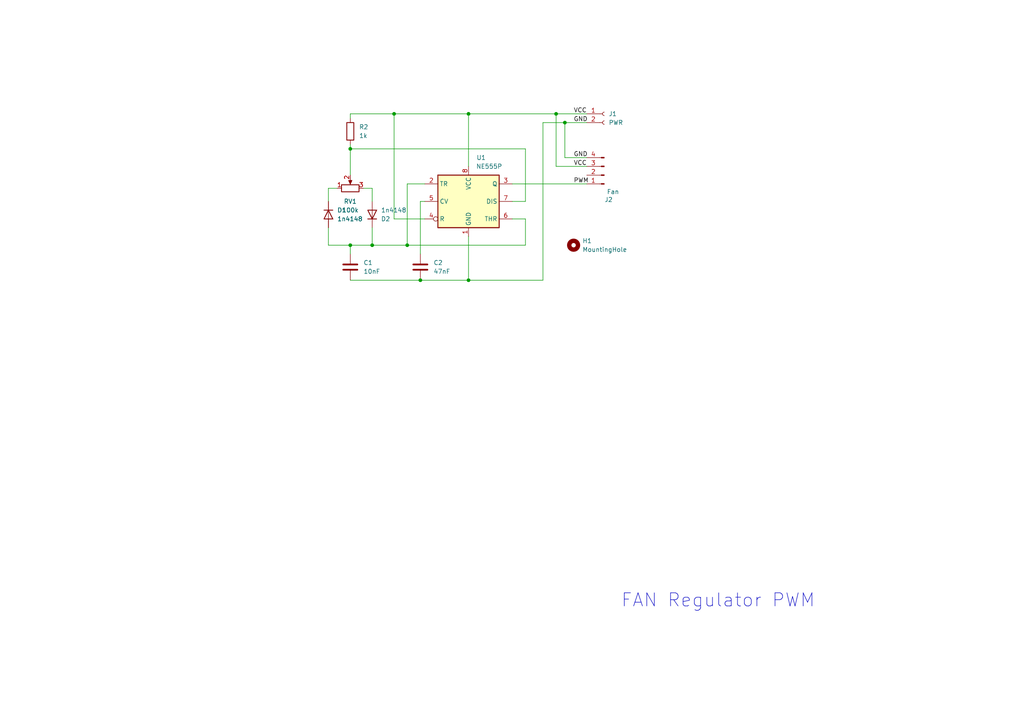
<source format=kicad_sch>
(kicad_sch (version 20231120) (generator "eeschema") (generator_version "8.0")
  (paper "A4")
  (lib_symbols
    (symbol "Connector:Conn_01x02_Socket" (pin_names (offset 1.016) hide)
      (property "Reference" "J" (at 0 2.54 0))
      (property "Value" "Conn_01x02_Socket" (at 0 -5.08 0))
      (symbol "Conn_01x02_Socket_1_1"
        (arc (start 0 -2.032) (mid -0.5058 -2.54) (end 0 -3.048) (stroke (width 0.1524)))
        (polyline (pts (xy -1.27 -2.54) (xy -0.508 -2.54)) (stroke (width 0.1524)))
        (polyline (pts (xy -1.27 0) (xy -0.508 0)) (stroke (width 0.1524)))
        (arc (start 0 0.508) (mid -0.5058 0) (end 0 -0.508) (stroke (width 0.1524)))
        (pin passive line (at -5.08 0 0) (length 3.81) (name "Pin_1") (number "1"))
        (pin passive line (at -5.08 -2.54 0) (length 3.81) (name "Pin_2") (number "2"))
      )
    )
    (symbol "Connector:Conn_01x04_Pin" (pin_names (offset 1.016) hide)
      (property "Reference" "J" (at 0 5.08 0))
      (property "Value" "Conn_01x04_Pin" (at 0 -7.62 0))
      (symbol "Conn_01x04_Pin_1_1"
        (polyline (pts (xy 1.27 -5.08) (xy 0.8636 -5.08)) (stroke (width 0.1524)))
        (polyline (pts (xy 1.27 -2.54) (xy 0.8636 -2.54)) (stroke (width 0.1524)))
        (polyline (pts (xy 1.27 0) (xy 0.8636 0)) (stroke (width 0.1524)))
        (polyline (pts (xy 1.27 2.54) (xy 0.8636 2.54)) (stroke (width 0.1524)))
        (rectangle (start 0.8636 -4.953) (end 0 -5.207) (stroke (width 0.1524)) (fill (type outline)))
        (rectangle (start 0.8636 -2.413) (end 0 -2.667) (stroke (width 0.1524)) (fill (type outline)))
        (rectangle (start 0.8636 0.127) (end 0 -0.127) (stroke (width 0.1524)) (fill (type outline)))
        (rectangle (start 0.8636 2.667) (end 0 2.413) (stroke (width 0.1524)) (fill (type outline)))
        (pin passive line (at 5.08 2.54 180) (length 3.81) (name "Pin_1") (number "1"))
        (pin passive line (at 5.08 0 180) (length 3.81) (name "Pin_2") (number "2"))
        (pin passive line (at 5.08 -2.54 180) (length 3.81) (name "Pin_3") (number "3"))
        (pin passive line (at 5.08 -5.08 180) (length 3.81) (name "Pin_4") (number "4"))
      )
    )
    (symbol "Device:C" (pin_numbers hide) (pin_names (offset 0.254))
      (property "Reference" "C" (at 0.635 2.54 0))
      (property "Value" "C" (at 0.635 -2.54 0))
      (symbol "C_0_1"
        (polyline (pts (xy -2.032 -0.762) (xy 2.032 -0.762)) (stroke (width 0.508)))
        (polyline (pts (xy -2.032 0.762) (xy 2.032 0.762)) (stroke (width 0.508)))
      )
      (symbol "C_1_1"
        (pin passive line (at 0 3.81 270) (length 2.794) (name "~") (number "1"))
        (pin passive line (at 0 -3.81 90) (length 2.794) (name "~") (number "2"))
      )
    )
    (symbol "Device:D" (pin_numbers hide) (pin_names (offset 1.016) hide)
      (property "Reference" "D" (at 0 2.54 0))
      (property "Value" "D" (at 0 -2.54 0))
      (symbol "D_0_1"
        (polyline (pts (xy -1.27 1.27) (xy -1.27 -1.27)) (stroke (width 0.254)))
        (polyline (pts (xy 1.27 0) (xy -1.27 0)))
        (polyline (pts (xy 1.27 1.27) (xy 1.27 -1.27) (xy -1.27 0) (xy 1.27 1.27)) (stroke (width 0.254)))
      )
      (symbol "D_1_1"
        (pin passive line (at -3.81 0 0) (length 2.54) (name "K") (number "1"))
        (pin passive line (at 3.81 0 180) (length 2.54) (name "A") (number "2"))
      )
    )
    (symbol "Device:R" (pin_numbers hide) (pin_names (offset 0))
      (property "Reference" "R" (at 2.032 0 90))
      (property "Value" "R" (at 0 0 90))
      (symbol "R_0_1"
        (rectangle (start -1.016 -2.54) (end 1.016 2.54) (stroke (width 0.254)))
      )
      (symbol "R_1_1"
        (pin passive line (at 0 3.81 270) (length 1.27) (name "~") (number "1"))
        (pin passive line (at 0 -3.81 90) (length 1.27) (name "~") (number "2"))
      )
    )
    (symbol "Device:R_Potentiometer" (pin_names (offset 1.016) hide)
      (property "Reference" "RV" (at -4.445 0 90))
      (property "Value" "R_Potentiometer" (at -2.54 0 90))
      (symbol "R_Potentiometer_0_1"
        (polyline (pts (xy 2.54 0) (xy 1.524 0)))
        (polyline (pts (xy 1.143 0) (xy 2.286 0.508) (xy 2.286 -0.508) (xy 1.143 0)) (fill (type outline)))
        (rectangle (start 1.016 2.54) (end -1.016 -2.54) (stroke (width 0.254)))
      )
      (symbol "R_Potentiometer_1_1"
        (pin passive line (at 0 3.81 270) (length 1.27) (name "1") (number "1"))
        (pin passive line (at 3.81 0 180) (length 1.27) (name "2") (number "2"))
        (pin passive line (at 0 -3.81 90) (length 1.27) (name "3") (number "3"))
      )
    )
    (symbol "Mechanical:MountingHole" (pin_names (offset 1.016)) (exclude_from_sim yes) (in_bom no)
      (property "Reference" "H" (at 0 5.08 0))
      (property "Value" "MountingHole" (at 0 3.175 0))
      (symbol "MountingHole_0_1"
        (circle (center 0 0) (radius 1.27) (stroke (width 1.27)))
      )
    )
    (symbol "Timer:NE555P"
      (property "Reference" "U" (at -10.16 8.89 0))
      (property "Value" "NE555P" (at 2.54 8.89 0))
      (symbol "NE555P_0_0"
        (pin power_in line (at 0 -10.16 90) (length 2.54) (name "GND") (number "1"))
        (pin power_in line (at 0 10.16 270) (length 2.54) (name "VCC") (number "8"))
      )
      (symbol "NE555P_0_1"
        (rectangle (start -8.89 -7.62) (end 8.89 7.62) (stroke (width 0.254)) (fill (type background)))
        (rectangle (start -8.89 -7.62) (end 8.89 7.62) (stroke (width 0.254)) (fill (type background)))
      )
      (symbol "NE555P_1_1"
        (pin input line (at -12.7 5.08 0) (length 3.81) (name "TR") (number "2"))
        (pin output line (at 12.7 5.08 180) (length 3.81) (name "Q") (number "3"))
        (pin input inverted (at -12.7 -5.08 0) (length 3.81) (name "R") (number "4"))
        (pin input line (at -12.7 0 0) (length 3.81) (name "CV") (number "5"))
        (pin input line (at 12.7 -5.08 180) (length 3.81) (name "THR") (number "6"))
        (pin input line (at 12.7 0 180) (length 3.81) (name "DIS") (number "7"))
      )
    )
  )
  (junction (at 118.11 71.12))
  (junction (at 101.6 43.18))
  (junction (at 121.92 81.28))
  (junction (at 161.29 33.02))
  (junction (at 135.89 81.28))
  (junction (at 107.95 71.12))
  (junction (at 114.3 33.02))
  (junction (at 163.83 35.56))
  (junction (at 101.6 71.12))
  (junction (at 135.89 33.02))
  (wire (pts (xy 152.4 71.12) (xy 152.4 63.5)))
  (wire (pts (xy 152.4 63.5) (xy 148.59 63.5)))
  (wire (pts (xy 101.6 71.12) (xy 101.6 73.66)))
  (wire (pts (xy 107.95 71.12) (xy 107.95 66.04)))
  (wire (pts (xy 161.29 48.26) (xy 161.29 33.02)))
  (wire (pts (xy 114.3 63.5) (xy 123.19 63.5)))
  (wire (pts (xy 148.59 53.34) (xy 170.18 53.34)))
  (wire (pts (xy 107.95 54.61) (xy 105.41 54.61)))
  (wire (pts (xy 95.25 58.42) (xy 95.25 54.61)))
  (wire (pts (xy 101.6 33.02) (xy 114.3 33.02)))
  (wire (pts (xy 152.4 58.42) (xy 152.4 43.18)))
  (wire (pts (xy 107.95 71.12) (xy 118.11 71.12)))
  (wire (pts (xy 135.89 81.28) (xy 121.92 81.28)))
  (wire (pts (xy 101.6 43.18) (xy 101.6 50.8)))
  (wire (pts (xy 135.89 33.02) (xy 135.89 48.26)))
  (wire (pts (xy 163.83 45.72) (xy 170.18 45.72)))
  (wire (pts (xy 163.83 35.56) (xy 170.18 35.56)))
  (wire (pts (xy 157.48 35.56) (xy 157.48 81.28)))
  (wire (pts (xy 161.29 33.02) (xy 135.89 33.02)))
  (wire (pts (xy 163.83 35.56) (xy 163.83 45.72)))
  (wire (pts (xy 107.95 58.42) (xy 107.95 54.61)))
  (wire (pts (xy 152.4 43.18) (xy 101.6 43.18)))
  (wire (pts (xy 118.11 71.12) (xy 152.4 71.12)))
  (wire (pts (xy 95.25 66.04) (xy 95.25 71.12)))
  (wire (pts (xy 101.6 41.91) (xy 101.6 43.18)))
  (wire (pts (xy 114.3 33.02) (xy 114.3 63.5)))
  (wire (pts (xy 157.48 35.56) (xy 163.83 35.56)))
  (wire (pts (xy 101.6 71.12) (xy 107.95 71.12)))
  (wire (pts (xy 170.18 33.02) (xy 161.29 33.02)))
  (wire (pts (xy 95.25 54.61) (xy 97.79 54.61)))
  (wire (pts (xy 118.11 53.34) (xy 118.11 71.12)))
  (wire (pts (xy 157.48 81.28) (xy 135.89 81.28)))
  (wire (pts (xy 95.25 71.12) (xy 101.6 71.12)))
  (wire (pts (xy 123.19 58.42) (xy 121.92 58.42)))
  (wire (pts (xy 148.59 58.42) (xy 152.4 58.42)))
  (wire (pts (xy 161.29 48.26) (xy 170.18 48.26)))
  (wire (pts (xy 101.6 81.28) (xy 121.92 81.28)))
  (wire (pts (xy 101.6 34.29) (xy 101.6 33.02)))
  (wire (pts (xy 121.92 58.42) (xy 121.92 73.66)))
  (wire (pts (xy 123.19 53.34) (xy 118.11 53.34)))
  (wire (pts (xy 135.89 68.58) (xy 135.89 81.28)))
  (wire (pts (xy 135.89 33.02) (xy 114.3 33.02)))
  (text "FAN Regulator PWM" (at 208.28 174.244 0) (effects (font (size 3.81 3.81))))
  (label "GND" (at 166.37 35.56 0))
  (label "VCC" (at 166.37 48.26 0))
  (label "GND" (at 166.37 45.72 0))
  (label "VCC" (at 166.37 33.02 0))
  (label "PWM" (at 166.37 53.34 0))
  (symbol (lib_id "Device:C") (at 121.92 77.47 0) (unit 1)
    (property "Reference" "C2" (at 125.73 76.1999 0) (effects (justify left)))
    (property "Value" "47nF" (at 125.73 78.7399 0) (effects (justify left)))
    (property "Footprint" "Capacitor_THT:C_Disc_D4.3mm_W1.9mm_P5.00mm" (effects (hide yes)))
    (property "Description" "Unpolarized capacitor" (effects (hide yes)))
  )
  (symbol (lib_id "Device:R") (at 101.6 38.1 0) (unit 1)
    (property "Reference" "R2" (at 104.14 36.8299 0) (effects (justify left)))
    (property "Value" "1k" (at 104.14 39.3699 0) (effects (justify left)))
    (property "Footprint" "Resistor_THT:R_Axial_DIN0204_L3.6mm_D1.6mm_P7.62mm_Horizontal" (effects (hide yes)))
    (property "Description" "Resistor" (effects (hide yes)))
  )
  (symbol (lib_id "Timer:NE555P") (at 135.89 58.42 0) (unit 1)
    (property "Reference" "U1" (at 138.176 45.72 0) (effects (justify left)))
    (property "Value" "NE555P" (at 138.0841 48.26 0) (effects (justify left)))
    (property "Footprint" "Package_DIP:DIP-8_W7.62mm" (effects (hide yes)))
    (property "Datasheet" "http://www.ti.com/lit/ds/symlink/ne555.pdf" (effects (hide yes)))
    (property "Description" "Precision Timers, 555 compatible,  PDIP-8" (effects (hide yes)))
  )
  (symbol (lib_id "Device:C") (at 101.6 77.47 0) (unit 1)
    (property "Reference" "C1" (at 105.41 76.1999 0) (effects (justify left)))
    (property "Value" "10nF" (at 105.41 78.7399 0) (effects (justify left)))
    (property "Footprint" "Capacitor_THT:C_Disc_D4.3mm_W1.9mm_P5.00mm" (effects (hide yes)))
    (property "Description" "Unpolarized capacitor" (effects (hide yes)))
  )
  (symbol (lib_id "Device:R_Potentiometer") (at 101.6 54.61 90) (unit 1)
    (property "Reference" "RV1" (at 101.6 58.42 90))
    (property "Value" "100k" (at 101.6 60.96 90))
    (property "Footprint" "Potentiometer_THT:Potentiometer_Vishay_T73XW_Horizontal" (effects (hide yes)))
    (property "Description" "Potentiometer" (effects (hide yes)))
  )
  (symbol (lib_id "Connector:Conn_01x02_Socket") (at 175.26 33.02 0) (unit 1)
    (property "Reference" "J1" (at 176.53 33.0199 0) (effects (justify left)))
    (property "Value" "PWR" (at 176.53 35.5599 0) (effects (justify left)))
    (property "Footprint" "Connector_PinSocket_2.54mm:PinSocket_1x02_P2.54mm_Vertical" (effects (hide yes)))
    (property "Description" "Generic connector, single row, 01x02, script generated" (effects (hide yes)))
  )
  (symbol (lib_id "Connector:Conn_01x04_Pin") (at 175.26 50.8 180) (unit 1)
    (property "Reference" "J2" (at 176.53 57.912 0))
    (property "Value" "Fan" (at 177.8 55.626 0))
    (property "Footprint" "Connector_PinHeader_2.54mm:PinHeader_1x04_P2.54mm_Horizontal" (effects (hide yes)))
    (property "Description" "Generic connector, single row, 01x04, script generated" (effects (hide yes)))
  )
  (symbol (lib_id "Mechanical:MountingHole") (at 166.37 71.12 0) (unit 1) (exclude_from_sim yes) (in_bom no)
    (property "Reference" "H1" (at 168.91 69.8499 0) (effects (justify left)))
    (property "Value" "MountingHole" (at 168.91 72.3899 0) (effects (justify left)))
    (property "Footprint" "MountingHole:MountingHole_3mm" (effects (hide yes)))
    (property "Description" "Mounting Hole without connection" (effects (hide yes)))
  )
  (symbol (lib_id "Device:D") (at 107.95 62.23 270) (mirror x) (unit 1)
    (property "Reference" "D2" (at 110.49 63.5001 90) (effects (justify left)))
    (property "Value" "1n4148" (at 110.49 60.9601 90) (effects (justify left)))
    (property "Footprint" "Diode_THT:D_A-405_P7.62mm_Horizontal" (effects (hide yes)))
    (property "Description" "Diode" (effects (hide yes)))
    (property "Sim.Device" "D" (effects (hide yes)))
    (property "Sim.Pins" "1=K 2=A" (effects (hide yes)))
  )
  (symbol (lib_id "Device:D") (at 95.25 62.23 270) (unit 1)
    (property "Reference" "D1" (at 97.79 60.9599 90) (effects (justify left)))
    (property "Value" "1n4148" (at 97.79 63.4999 90) (effects (justify left)))
    (property "Footprint" "Diode_THT:D_A-405_P7.62mm_Horizontal" (effects (hide yes)))
    (property "Description" "Diode" (effects (hide yes)))
    (property "Sim.Device" "D" (effects (hide yes)))
    (property "Sim.Pins" "1=K 2=A" (effects (hide yes)))
  )
)
</source>
